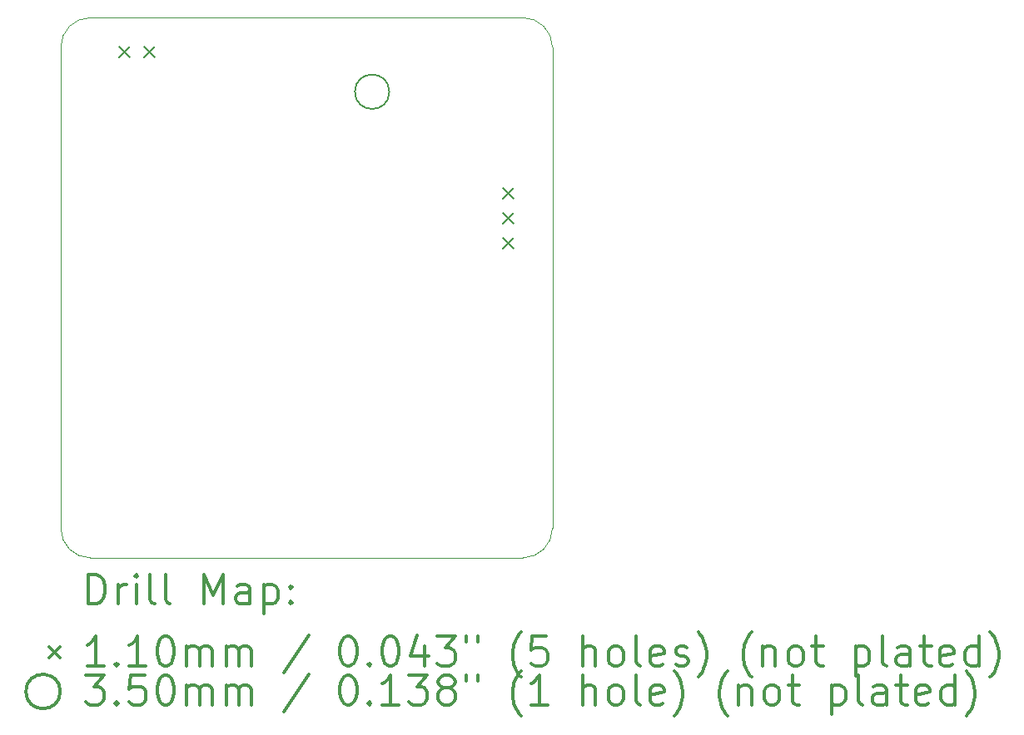
<source format=gbr>
%FSLAX45Y45*%
G04 Gerber Fmt 4.5, Leading zero omitted, Abs format (unit mm)*
G04 Created by KiCad (PCBNEW (5.1.9)-1) date 2021-08-22 03:35:01*
%MOMM*%
%LPD*%
G01*
G04 APERTURE LIST*
%TA.AperFunction,Profile*%
%ADD10C,0.100000*%
%TD*%
%ADD11C,0.200000*%
%ADD12C,0.300000*%
G04 APERTURE END LIST*
D10*
X12000000Y-11500000D02*
G75*
G02*
X11700000Y-11800000I-300000J0D01*
G01*
X12000000Y-6600000D02*
G75*
G03*
X11700000Y-6300000I-300000J0D01*
G01*
X7300000Y-6300000D02*
G75*
G03*
X7000000Y-6600000I0J-300000D01*
G01*
X7000000Y-11500000D02*
G75*
G03*
X7300000Y-11800000I300000J0D01*
G01*
X12000000Y-6600000D02*
X12000000Y-11500000D01*
X7300000Y-6300000D02*
X11700000Y-6300000D01*
X7000000Y-11500000D02*
X7000000Y-6600000D01*
X11700000Y-11800000D02*
X7300000Y-11800000D01*
D11*
X7591000Y-6591000D02*
X7701000Y-6701000D01*
X7701000Y-6591000D02*
X7591000Y-6701000D01*
X7845000Y-6591000D02*
X7955000Y-6701000D01*
X7955000Y-6591000D02*
X7845000Y-6701000D01*
X11499000Y-8037000D02*
X11609000Y-8147000D01*
X11609000Y-8037000D02*
X11499000Y-8147000D01*
X11499000Y-8291000D02*
X11609000Y-8401000D01*
X11609000Y-8291000D02*
X11499000Y-8401000D01*
X11499000Y-8545000D02*
X11609000Y-8655000D01*
X11609000Y-8545000D02*
X11499000Y-8655000D01*
X10341000Y-7054000D02*
G75*
G03*
X10341000Y-7054000I-175000J0D01*
G01*
D12*
X7281428Y-12270714D02*
X7281428Y-11970714D01*
X7352857Y-11970714D01*
X7395714Y-11985000D01*
X7424286Y-12013571D01*
X7438571Y-12042143D01*
X7452857Y-12099286D01*
X7452857Y-12142143D01*
X7438571Y-12199286D01*
X7424286Y-12227857D01*
X7395714Y-12256429D01*
X7352857Y-12270714D01*
X7281428Y-12270714D01*
X7581428Y-12270714D02*
X7581428Y-12070714D01*
X7581428Y-12127857D02*
X7595714Y-12099286D01*
X7610000Y-12085000D01*
X7638571Y-12070714D01*
X7667143Y-12070714D01*
X7767143Y-12270714D02*
X7767143Y-12070714D01*
X7767143Y-11970714D02*
X7752857Y-11985000D01*
X7767143Y-11999286D01*
X7781428Y-11985000D01*
X7767143Y-11970714D01*
X7767143Y-11999286D01*
X7952857Y-12270714D02*
X7924286Y-12256429D01*
X7910000Y-12227857D01*
X7910000Y-11970714D01*
X8110000Y-12270714D02*
X8081428Y-12256429D01*
X8067143Y-12227857D01*
X8067143Y-11970714D01*
X8452857Y-12270714D02*
X8452857Y-11970714D01*
X8552857Y-12185000D01*
X8652857Y-11970714D01*
X8652857Y-12270714D01*
X8924286Y-12270714D02*
X8924286Y-12113571D01*
X8910000Y-12085000D01*
X8881428Y-12070714D01*
X8824286Y-12070714D01*
X8795714Y-12085000D01*
X8924286Y-12256429D02*
X8895714Y-12270714D01*
X8824286Y-12270714D01*
X8795714Y-12256429D01*
X8781428Y-12227857D01*
X8781428Y-12199286D01*
X8795714Y-12170714D01*
X8824286Y-12156429D01*
X8895714Y-12156429D01*
X8924286Y-12142143D01*
X9067143Y-12070714D02*
X9067143Y-12370714D01*
X9067143Y-12085000D02*
X9095714Y-12070714D01*
X9152857Y-12070714D01*
X9181428Y-12085000D01*
X9195714Y-12099286D01*
X9210000Y-12127857D01*
X9210000Y-12213571D01*
X9195714Y-12242143D01*
X9181428Y-12256429D01*
X9152857Y-12270714D01*
X9095714Y-12270714D01*
X9067143Y-12256429D01*
X9338571Y-12242143D02*
X9352857Y-12256429D01*
X9338571Y-12270714D01*
X9324286Y-12256429D01*
X9338571Y-12242143D01*
X9338571Y-12270714D01*
X9338571Y-12085000D02*
X9352857Y-12099286D01*
X9338571Y-12113571D01*
X9324286Y-12099286D01*
X9338571Y-12085000D01*
X9338571Y-12113571D01*
X6885000Y-12710000D02*
X6995000Y-12820000D01*
X6995000Y-12710000D02*
X6885000Y-12820000D01*
X7438571Y-12900714D02*
X7267143Y-12900714D01*
X7352857Y-12900714D02*
X7352857Y-12600714D01*
X7324286Y-12643571D01*
X7295714Y-12672143D01*
X7267143Y-12686429D01*
X7567143Y-12872143D02*
X7581428Y-12886429D01*
X7567143Y-12900714D01*
X7552857Y-12886429D01*
X7567143Y-12872143D01*
X7567143Y-12900714D01*
X7867143Y-12900714D02*
X7695714Y-12900714D01*
X7781428Y-12900714D02*
X7781428Y-12600714D01*
X7752857Y-12643571D01*
X7724286Y-12672143D01*
X7695714Y-12686429D01*
X8052857Y-12600714D02*
X8081428Y-12600714D01*
X8110000Y-12615000D01*
X8124286Y-12629286D01*
X8138571Y-12657857D01*
X8152857Y-12715000D01*
X8152857Y-12786429D01*
X8138571Y-12843571D01*
X8124286Y-12872143D01*
X8110000Y-12886429D01*
X8081428Y-12900714D01*
X8052857Y-12900714D01*
X8024286Y-12886429D01*
X8010000Y-12872143D01*
X7995714Y-12843571D01*
X7981428Y-12786429D01*
X7981428Y-12715000D01*
X7995714Y-12657857D01*
X8010000Y-12629286D01*
X8024286Y-12615000D01*
X8052857Y-12600714D01*
X8281428Y-12900714D02*
X8281428Y-12700714D01*
X8281428Y-12729286D02*
X8295714Y-12715000D01*
X8324286Y-12700714D01*
X8367143Y-12700714D01*
X8395714Y-12715000D01*
X8410000Y-12743571D01*
X8410000Y-12900714D01*
X8410000Y-12743571D02*
X8424286Y-12715000D01*
X8452857Y-12700714D01*
X8495714Y-12700714D01*
X8524286Y-12715000D01*
X8538571Y-12743571D01*
X8538571Y-12900714D01*
X8681428Y-12900714D02*
X8681428Y-12700714D01*
X8681428Y-12729286D02*
X8695714Y-12715000D01*
X8724286Y-12700714D01*
X8767143Y-12700714D01*
X8795714Y-12715000D01*
X8810000Y-12743571D01*
X8810000Y-12900714D01*
X8810000Y-12743571D02*
X8824286Y-12715000D01*
X8852857Y-12700714D01*
X8895714Y-12700714D01*
X8924286Y-12715000D01*
X8938571Y-12743571D01*
X8938571Y-12900714D01*
X9524286Y-12586429D02*
X9267143Y-12972143D01*
X9910000Y-12600714D02*
X9938571Y-12600714D01*
X9967143Y-12615000D01*
X9981428Y-12629286D01*
X9995714Y-12657857D01*
X10010000Y-12715000D01*
X10010000Y-12786429D01*
X9995714Y-12843571D01*
X9981428Y-12872143D01*
X9967143Y-12886429D01*
X9938571Y-12900714D01*
X9910000Y-12900714D01*
X9881428Y-12886429D01*
X9867143Y-12872143D01*
X9852857Y-12843571D01*
X9838571Y-12786429D01*
X9838571Y-12715000D01*
X9852857Y-12657857D01*
X9867143Y-12629286D01*
X9881428Y-12615000D01*
X9910000Y-12600714D01*
X10138571Y-12872143D02*
X10152857Y-12886429D01*
X10138571Y-12900714D01*
X10124286Y-12886429D01*
X10138571Y-12872143D01*
X10138571Y-12900714D01*
X10338571Y-12600714D02*
X10367143Y-12600714D01*
X10395714Y-12615000D01*
X10410000Y-12629286D01*
X10424286Y-12657857D01*
X10438571Y-12715000D01*
X10438571Y-12786429D01*
X10424286Y-12843571D01*
X10410000Y-12872143D01*
X10395714Y-12886429D01*
X10367143Y-12900714D01*
X10338571Y-12900714D01*
X10310000Y-12886429D01*
X10295714Y-12872143D01*
X10281428Y-12843571D01*
X10267143Y-12786429D01*
X10267143Y-12715000D01*
X10281428Y-12657857D01*
X10295714Y-12629286D01*
X10310000Y-12615000D01*
X10338571Y-12600714D01*
X10695714Y-12700714D02*
X10695714Y-12900714D01*
X10624286Y-12586429D02*
X10552857Y-12800714D01*
X10738571Y-12800714D01*
X10824286Y-12600714D02*
X11010000Y-12600714D01*
X10910000Y-12715000D01*
X10952857Y-12715000D01*
X10981428Y-12729286D01*
X10995714Y-12743571D01*
X11010000Y-12772143D01*
X11010000Y-12843571D01*
X10995714Y-12872143D01*
X10981428Y-12886429D01*
X10952857Y-12900714D01*
X10867143Y-12900714D01*
X10838571Y-12886429D01*
X10824286Y-12872143D01*
X11124286Y-12600714D02*
X11124286Y-12657857D01*
X11238571Y-12600714D02*
X11238571Y-12657857D01*
X11681428Y-13015000D02*
X11667143Y-13000714D01*
X11638571Y-12957857D01*
X11624286Y-12929286D01*
X11610000Y-12886429D01*
X11595714Y-12815000D01*
X11595714Y-12757857D01*
X11610000Y-12686429D01*
X11624286Y-12643571D01*
X11638571Y-12615000D01*
X11667143Y-12572143D01*
X11681428Y-12557857D01*
X11938571Y-12600714D02*
X11795714Y-12600714D01*
X11781428Y-12743571D01*
X11795714Y-12729286D01*
X11824286Y-12715000D01*
X11895714Y-12715000D01*
X11924286Y-12729286D01*
X11938571Y-12743571D01*
X11952857Y-12772143D01*
X11952857Y-12843571D01*
X11938571Y-12872143D01*
X11924286Y-12886429D01*
X11895714Y-12900714D01*
X11824286Y-12900714D01*
X11795714Y-12886429D01*
X11781428Y-12872143D01*
X12310000Y-12900714D02*
X12310000Y-12600714D01*
X12438571Y-12900714D02*
X12438571Y-12743571D01*
X12424286Y-12715000D01*
X12395714Y-12700714D01*
X12352857Y-12700714D01*
X12324286Y-12715000D01*
X12310000Y-12729286D01*
X12624286Y-12900714D02*
X12595714Y-12886429D01*
X12581428Y-12872143D01*
X12567143Y-12843571D01*
X12567143Y-12757857D01*
X12581428Y-12729286D01*
X12595714Y-12715000D01*
X12624286Y-12700714D01*
X12667143Y-12700714D01*
X12695714Y-12715000D01*
X12710000Y-12729286D01*
X12724286Y-12757857D01*
X12724286Y-12843571D01*
X12710000Y-12872143D01*
X12695714Y-12886429D01*
X12667143Y-12900714D01*
X12624286Y-12900714D01*
X12895714Y-12900714D02*
X12867143Y-12886429D01*
X12852857Y-12857857D01*
X12852857Y-12600714D01*
X13124286Y-12886429D02*
X13095714Y-12900714D01*
X13038571Y-12900714D01*
X13010000Y-12886429D01*
X12995714Y-12857857D01*
X12995714Y-12743571D01*
X13010000Y-12715000D01*
X13038571Y-12700714D01*
X13095714Y-12700714D01*
X13124286Y-12715000D01*
X13138571Y-12743571D01*
X13138571Y-12772143D01*
X12995714Y-12800714D01*
X13252857Y-12886429D02*
X13281428Y-12900714D01*
X13338571Y-12900714D01*
X13367143Y-12886429D01*
X13381428Y-12857857D01*
X13381428Y-12843571D01*
X13367143Y-12815000D01*
X13338571Y-12800714D01*
X13295714Y-12800714D01*
X13267143Y-12786429D01*
X13252857Y-12757857D01*
X13252857Y-12743571D01*
X13267143Y-12715000D01*
X13295714Y-12700714D01*
X13338571Y-12700714D01*
X13367143Y-12715000D01*
X13481428Y-13015000D02*
X13495714Y-13000714D01*
X13524286Y-12957857D01*
X13538571Y-12929286D01*
X13552857Y-12886429D01*
X13567143Y-12815000D01*
X13567143Y-12757857D01*
X13552857Y-12686429D01*
X13538571Y-12643571D01*
X13524286Y-12615000D01*
X13495714Y-12572143D01*
X13481428Y-12557857D01*
X14024286Y-13015000D02*
X14010000Y-13000714D01*
X13981428Y-12957857D01*
X13967143Y-12929286D01*
X13952857Y-12886429D01*
X13938571Y-12815000D01*
X13938571Y-12757857D01*
X13952857Y-12686429D01*
X13967143Y-12643571D01*
X13981428Y-12615000D01*
X14010000Y-12572143D01*
X14024286Y-12557857D01*
X14138571Y-12700714D02*
X14138571Y-12900714D01*
X14138571Y-12729286D02*
X14152857Y-12715000D01*
X14181428Y-12700714D01*
X14224286Y-12700714D01*
X14252857Y-12715000D01*
X14267143Y-12743571D01*
X14267143Y-12900714D01*
X14452857Y-12900714D02*
X14424286Y-12886429D01*
X14410000Y-12872143D01*
X14395714Y-12843571D01*
X14395714Y-12757857D01*
X14410000Y-12729286D01*
X14424286Y-12715000D01*
X14452857Y-12700714D01*
X14495714Y-12700714D01*
X14524286Y-12715000D01*
X14538571Y-12729286D01*
X14552857Y-12757857D01*
X14552857Y-12843571D01*
X14538571Y-12872143D01*
X14524286Y-12886429D01*
X14495714Y-12900714D01*
X14452857Y-12900714D01*
X14638571Y-12700714D02*
X14752857Y-12700714D01*
X14681428Y-12600714D02*
X14681428Y-12857857D01*
X14695714Y-12886429D01*
X14724286Y-12900714D01*
X14752857Y-12900714D01*
X15081428Y-12700714D02*
X15081428Y-13000714D01*
X15081428Y-12715000D02*
X15110000Y-12700714D01*
X15167143Y-12700714D01*
X15195714Y-12715000D01*
X15210000Y-12729286D01*
X15224286Y-12757857D01*
X15224286Y-12843571D01*
X15210000Y-12872143D01*
X15195714Y-12886429D01*
X15167143Y-12900714D01*
X15110000Y-12900714D01*
X15081428Y-12886429D01*
X15395714Y-12900714D02*
X15367143Y-12886429D01*
X15352857Y-12857857D01*
X15352857Y-12600714D01*
X15638571Y-12900714D02*
X15638571Y-12743571D01*
X15624286Y-12715000D01*
X15595714Y-12700714D01*
X15538571Y-12700714D01*
X15510000Y-12715000D01*
X15638571Y-12886429D02*
X15610000Y-12900714D01*
X15538571Y-12900714D01*
X15510000Y-12886429D01*
X15495714Y-12857857D01*
X15495714Y-12829286D01*
X15510000Y-12800714D01*
X15538571Y-12786429D01*
X15610000Y-12786429D01*
X15638571Y-12772143D01*
X15738571Y-12700714D02*
X15852857Y-12700714D01*
X15781428Y-12600714D02*
X15781428Y-12857857D01*
X15795714Y-12886429D01*
X15824286Y-12900714D01*
X15852857Y-12900714D01*
X16067143Y-12886429D02*
X16038571Y-12900714D01*
X15981428Y-12900714D01*
X15952857Y-12886429D01*
X15938571Y-12857857D01*
X15938571Y-12743571D01*
X15952857Y-12715000D01*
X15981428Y-12700714D01*
X16038571Y-12700714D01*
X16067143Y-12715000D01*
X16081428Y-12743571D01*
X16081428Y-12772143D01*
X15938571Y-12800714D01*
X16338571Y-12900714D02*
X16338571Y-12600714D01*
X16338571Y-12886429D02*
X16310000Y-12900714D01*
X16252857Y-12900714D01*
X16224286Y-12886429D01*
X16210000Y-12872143D01*
X16195714Y-12843571D01*
X16195714Y-12757857D01*
X16210000Y-12729286D01*
X16224286Y-12715000D01*
X16252857Y-12700714D01*
X16310000Y-12700714D01*
X16338571Y-12715000D01*
X16452857Y-13015000D02*
X16467143Y-13000714D01*
X16495714Y-12957857D01*
X16510000Y-12929286D01*
X16524286Y-12886429D01*
X16538571Y-12815000D01*
X16538571Y-12757857D01*
X16524286Y-12686429D01*
X16510000Y-12643571D01*
X16495714Y-12615000D01*
X16467143Y-12572143D01*
X16452857Y-12557857D01*
X6995000Y-13161000D02*
G75*
G03*
X6995000Y-13161000I-175000J0D01*
G01*
X7252857Y-12996714D02*
X7438571Y-12996714D01*
X7338571Y-13111000D01*
X7381428Y-13111000D01*
X7410000Y-13125286D01*
X7424286Y-13139571D01*
X7438571Y-13168143D01*
X7438571Y-13239571D01*
X7424286Y-13268143D01*
X7410000Y-13282429D01*
X7381428Y-13296714D01*
X7295714Y-13296714D01*
X7267143Y-13282429D01*
X7252857Y-13268143D01*
X7567143Y-13268143D02*
X7581428Y-13282429D01*
X7567143Y-13296714D01*
X7552857Y-13282429D01*
X7567143Y-13268143D01*
X7567143Y-13296714D01*
X7852857Y-12996714D02*
X7710000Y-12996714D01*
X7695714Y-13139571D01*
X7710000Y-13125286D01*
X7738571Y-13111000D01*
X7810000Y-13111000D01*
X7838571Y-13125286D01*
X7852857Y-13139571D01*
X7867143Y-13168143D01*
X7867143Y-13239571D01*
X7852857Y-13268143D01*
X7838571Y-13282429D01*
X7810000Y-13296714D01*
X7738571Y-13296714D01*
X7710000Y-13282429D01*
X7695714Y-13268143D01*
X8052857Y-12996714D02*
X8081428Y-12996714D01*
X8110000Y-13011000D01*
X8124286Y-13025286D01*
X8138571Y-13053857D01*
X8152857Y-13111000D01*
X8152857Y-13182429D01*
X8138571Y-13239571D01*
X8124286Y-13268143D01*
X8110000Y-13282429D01*
X8081428Y-13296714D01*
X8052857Y-13296714D01*
X8024286Y-13282429D01*
X8010000Y-13268143D01*
X7995714Y-13239571D01*
X7981428Y-13182429D01*
X7981428Y-13111000D01*
X7995714Y-13053857D01*
X8010000Y-13025286D01*
X8024286Y-13011000D01*
X8052857Y-12996714D01*
X8281428Y-13296714D02*
X8281428Y-13096714D01*
X8281428Y-13125286D02*
X8295714Y-13111000D01*
X8324286Y-13096714D01*
X8367143Y-13096714D01*
X8395714Y-13111000D01*
X8410000Y-13139571D01*
X8410000Y-13296714D01*
X8410000Y-13139571D02*
X8424286Y-13111000D01*
X8452857Y-13096714D01*
X8495714Y-13096714D01*
X8524286Y-13111000D01*
X8538571Y-13139571D01*
X8538571Y-13296714D01*
X8681428Y-13296714D02*
X8681428Y-13096714D01*
X8681428Y-13125286D02*
X8695714Y-13111000D01*
X8724286Y-13096714D01*
X8767143Y-13096714D01*
X8795714Y-13111000D01*
X8810000Y-13139571D01*
X8810000Y-13296714D01*
X8810000Y-13139571D02*
X8824286Y-13111000D01*
X8852857Y-13096714D01*
X8895714Y-13096714D01*
X8924286Y-13111000D01*
X8938571Y-13139571D01*
X8938571Y-13296714D01*
X9524286Y-12982429D02*
X9267143Y-13368143D01*
X9910000Y-12996714D02*
X9938571Y-12996714D01*
X9967143Y-13011000D01*
X9981428Y-13025286D01*
X9995714Y-13053857D01*
X10010000Y-13111000D01*
X10010000Y-13182429D01*
X9995714Y-13239571D01*
X9981428Y-13268143D01*
X9967143Y-13282429D01*
X9938571Y-13296714D01*
X9910000Y-13296714D01*
X9881428Y-13282429D01*
X9867143Y-13268143D01*
X9852857Y-13239571D01*
X9838571Y-13182429D01*
X9838571Y-13111000D01*
X9852857Y-13053857D01*
X9867143Y-13025286D01*
X9881428Y-13011000D01*
X9910000Y-12996714D01*
X10138571Y-13268143D02*
X10152857Y-13282429D01*
X10138571Y-13296714D01*
X10124286Y-13282429D01*
X10138571Y-13268143D01*
X10138571Y-13296714D01*
X10438571Y-13296714D02*
X10267143Y-13296714D01*
X10352857Y-13296714D02*
X10352857Y-12996714D01*
X10324286Y-13039571D01*
X10295714Y-13068143D01*
X10267143Y-13082429D01*
X10538571Y-12996714D02*
X10724286Y-12996714D01*
X10624286Y-13111000D01*
X10667143Y-13111000D01*
X10695714Y-13125286D01*
X10710000Y-13139571D01*
X10724286Y-13168143D01*
X10724286Y-13239571D01*
X10710000Y-13268143D01*
X10695714Y-13282429D01*
X10667143Y-13296714D01*
X10581428Y-13296714D01*
X10552857Y-13282429D01*
X10538571Y-13268143D01*
X10895714Y-13125286D02*
X10867143Y-13111000D01*
X10852857Y-13096714D01*
X10838571Y-13068143D01*
X10838571Y-13053857D01*
X10852857Y-13025286D01*
X10867143Y-13011000D01*
X10895714Y-12996714D01*
X10952857Y-12996714D01*
X10981428Y-13011000D01*
X10995714Y-13025286D01*
X11010000Y-13053857D01*
X11010000Y-13068143D01*
X10995714Y-13096714D01*
X10981428Y-13111000D01*
X10952857Y-13125286D01*
X10895714Y-13125286D01*
X10867143Y-13139571D01*
X10852857Y-13153857D01*
X10838571Y-13182429D01*
X10838571Y-13239571D01*
X10852857Y-13268143D01*
X10867143Y-13282429D01*
X10895714Y-13296714D01*
X10952857Y-13296714D01*
X10981428Y-13282429D01*
X10995714Y-13268143D01*
X11010000Y-13239571D01*
X11010000Y-13182429D01*
X10995714Y-13153857D01*
X10981428Y-13139571D01*
X10952857Y-13125286D01*
X11124286Y-12996714D02*
X11124286Y-13053857D01*
X11238571Y-12996714D02*
X11238571Y-13053857D01*
X11681428Y-13411000D02*
X11667143Y-13396714D01*
X11638571Y-13353857D01*
X11624286Y-13325286D01*
X11610000Y-13282429D01*
X11595714Y-13211000D01*
X11595714Y-13153857D01*
X11610000Y-13082429D01*
X11624286Y-13039571D01*
X11638571Y-13011000D01*
X11667143Y-12968143D01*
X11681428Y-12953857D01*
X11952857Y-13296714D02*
X11781428Y-13296714D01*
X11867143Y-13296714D02*
X11867143Y-12996714D01*
X11838571Y-13039571D01*
X11810000Y-13068143D01*
X11781428Y-13082429D01*
X12310000Y-13296714D02*
X12310000Y-12996714D01*
X12438571Y-13296714D02*
X12438571Y-13139571D01*
X12424286Y-13111000D01*
X12395714Y-13096714D01*
X12352857Y-13096714D01*
X12324286Y-13111000D01*
X12310000Y-13125286D01*
X12624286Y-13296714D02*
X12595714Y-13282429D01*
X12581428Y-13268143D01*
X12567143Y-13239571D01*
X12567143Y-13153857D01*
X12581428Y-13125286D01*
X12595714Y-13111000D01*
X12624286Y-13096714D01*
X12667143Y-13096714D01*
X12695714Y-13111000D01*
X12710000Y-13125286D01*
X12724286Y-13153857D01*
X12724286Y-13239571D01*
X12710000Y-13268143D01*
X12695714Y-13282429D01*
X12667143Y-13296714D01*
X12624286Y-13296714D01*
X12895714Y-13296714D02*
X12867143Y-13282429D01*
X12852857Y-13253857D01*
X12852857Y-12996714D01*
X13124286Y-13282429D02*
X13095714Y-13296714D01*
X13038571Y-13296714D01*
X13010000Y-13282429D01*
X12995714Y-13253857D01*
X12995714Y-13139571D01*
X13010000Y-13111000D01*
X13038571Y-13096714D01*
X13095714Y-13096714D01*
X13124286Y-13111000D01*
X13138571Y-13139571D01*
X13138571Y-13168143D01*
X12995714Y-13196714D01*
X13238571Y-13411000D02*
X13252857Y-13396714D01*
X13281428Y-13353857D01*
X13295714Y-13325286D01*
X13310000Y-13282429D01*
X13324286Y-13211000D01*
X13324286Y-13153857D01*
X13310000Y-13082429D01*
X13295714Y-13039571D01*
X13281428Y-13011000D01*
X13252857Y-12968143D01*
X13238571Y-12953857D01*
X13781428Y-13411000D02*
X13767143Y-13396714D01*
X13738571Y-13353857D01*
X13724286Y-13325286D01*
X13710000Y-13282429D01*
X13695714Y-13211000D01*
X13695714Y-13153857D01*
X13710000Y-13082429D01*
X13724286Y-13039571D01*
X13738571Y-13011000D01*
X13767143Y-12968143D01*
X13781428Y-12953857D01*
X13895714Y-13096714D02*
X13895714Y-13296714D01*
X13895714Y-13125286D02*
X13910000Y-13111000D01*
X13938571Y-13096714D01*
X13981428Y-13096714D01*
X14010000Y-13111000D01*
X14024286Y-13139571D01*
X14024286Y-13296714D01*
X14210000Y-13296714D02*
X14181428Y-13282429D01*
X14167143Y-13268143D01*
X14152857Y-13239571D01*
X14152857Y-13153857D01*
X14167143Y-13125286D01*
X14181428Y-13111000D01*
X14210000Y-13096714D01*
X14252857Y-13096714D01*
X14281428Y-13111000D01*
X14295714Y-13125286D01*
X14310000Y-13153857D01*
X14310000Y-13239571D01*
X14295714Y-13268143D01*
X14281428Y-13282429D01*
X14252857Y-13296714D01*
X14210000Y-13296714D01*
X14395714Y-13096714D02*
X14510000Y-13096714D01*
X14438571Y-12996714D02*
X14438571Y-13253857D01*
X14452857Y-13282429D01*
X14481428Y-13296714D01*
X14510000Y-13296714D01*
X14838571Y-13096714D02*
X14838571Y-13396714D01*
X14838571Y-13111000D02*
X14867143Y-13096714D01*
X14924286Y-13096714D01*
X14952857Y-13111000D01*
X14967143Y-13125286D01*
X14981428Y-13153857D01*
X14981428Y-13239571D01*
X14967143Y-13268143D01*
X14952857Y-13282429D01*
X14924286Y-13296714D01*
X14867143Y-13296714D01*
X14838571Y-13282429D01*
X15152857Y-13296714D02*
X15124286Y-13282429D01*
X15110000Y-13253857D01*
X15110000Y-12996714D01*
X15395714Y-13296714D02*
X15395714Y-13139571D01*
X15381428Y-13111000D01*
X15352857Y-13096714D01*
X15295714Y-13096714D01*
X15267143Y-13111000D01*
X15395714Y-13282429D02*
X15367143Y-13296714D01*
X15295714Y-13296714D01*
X15267143Y-13282429D01*
X15252857Y-13253857D01*
X15252857Y-13225286D01*
X15267143Y-13196714D01*
X15295714Y-13182429D01*
X15367143Y-13182429D01*
X15395714Y-13168143D01*
X15495714Y-13096714D02*
X15610000Y-13096714D01*
X15538571Y-12996714D02*
X15538571Y-13253857D01*
X15552857Y-13282429D01*
X15581428Y-13296714D01*
X15610000Y-13296714D01*
X15824286Y-13282429D02*
X15795714Y-13296714D01*
X15738571Y-13296714D01*
X15710000Y-13282429D01*
X15695714Y-13253857D01*
X15695714Y-13139571D01*
X15710000Y-13111000D01*
X15738571Y-13096714D01*
X15795714Y-13096714D01*
X15824286Y-13111000D01*
X15838571Y-13139571D01*
X15838571Y-13168143D01*
X15695714Y-13196714D01*
X16095714Y-13296714D02*
X16095714Y-12996714D01*
X16095714Y-13282429D02*
X16067143Y-13296714D01*
X16010000Y-13296714D01*
X15981428Y-13282429D01*
X15967143Y-13268143D01*
X15952857Y-13239571D01*
X15952857Y-13153857D01*
X15967143Y-13125286D01*
X15981428Y-13111000D01*
X16010000Y-13096714D01*
X16067143Y-13096714D01*
X16095714Y-13111000D01*
X16210000Y-13411000D02*
X16224286Y-13396714D01*
X16252857Y-13353857D01*
X16267143Y-13325286D01*
X16281428Y-13282429D01*
X16295714Y-13211000D01*
X16295714Y-13153857D01*
X16281428Y-13082429D01*
X16267143Y-13039571D01*
X16252857Y-13011000D01*
X16224286Y-12968143D01*
X16210000Y-12953857D01*
M02*

</source>
